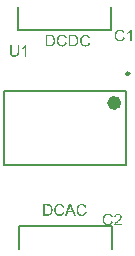
<source format=gto>
G04*
G04 #@! TF.GenerationSoftware,Altium Limited,Altium Designer,21.7.2 (23)*
G04*
G04 Layer_Color=65535*
%FSAX25Y25*%
%MOIN*%
G70*
G04*
G04 #@! TF.SameCoordinates,914A0A10-9902-47D2-BBE9-F090EB24A124*
G04*
G04*
G04 #@! TF.FilePolarity,Positive*
G04*
G01*
G75*
%ADD10C,0.02362*%
%ADD11C,0.00984*%
%ADD12C,0.00787*%
G36*
X0552918Y0210249D02*
X0552970Y0210243D01*
X0553027Y0210238D01*
X0553090Y0210232D01*
X0553164Y0210221D01*
X0553312Y0210181D01*
X0553478Y0210129D01*
X0553558Y0210095D01*
X0553638Y0210055D01*
X0553718Y0210009D01*
X0553792Y0209958D01*
X0553798Y0209952D01*
X0553809Y0209946D01*
X0553832Y0209929D01*
X0553855Y0209907D01*
X0553889Y0209872D01*
X0553923Y0209838D01*
X0553963Y0209792D01*
X0554009Y0209747D01*
X0554055Y0209689D01*
X0554100Y0209627D01*
X0554146Y0209564D01*
X0554192Y0209490D01*
X0554237Y0209410D01*
X0554277Y0209324D01*
X0554312Y0209233D01*
X0554346Y0209136D01*
X0553843Y0209016D01*
Y0209021D01*
X0553838Y0209033D01*
X0553832Y0209056D01*
X0553821Y0209084D01*
X0553803Y0209119D01*
X0553786Y0209158D01*
X0553741Y0209250D01*
X0553689Y0209347D01*
X0553621Y0209450D01*
X0553541Y0209547D01*
X0553449Y0209627D01*
X0553438Y0209632D01*
X0553404Y0209655D01*
X0553352Y0209689D01*
X0553278Y0209724D01*
X0553187Y0209758D01*
X0553078Y0209792D01*
X0552953Y0209815D01*
X0552815Y0209821D01*
X0552770D01*
X0552741Y0209815D01*
X0552701D01*
X0552661Y0209809D01*
X0552559Y0209792D01*
X0552439Y0209770D01*
X0552313Y0209730D01*
X0552193Y0209678D01*
X0552073Y0209604D01*
X0552068D01*
X0552062Y0209592D01*
X0552028Y0209564D01*
X0551970Y0209518D01*
X0551908Y0209455D01*
X0551839Y0209370D01*
X0551771Y0209273D01*
X0551708Y0209158D01*
X0551656Y0209033D01*
Y0209027D01*
X0551651Y0209016D01*
X0551645Y0208999D01*
X0551639Y0208970D01*
X0551628Y0208942D01*
X0551616Y0208902D01*
X0551599Y0208810D01*
X0551577Y0208696D01*
X0551554Y0208570D01*
X0551542Y0208439D01*
X0551537Y0208296D01*
Y0208291D01*
Y0208273D01*
Y0208251D01*
Y0208216D01*
X0551542Y0208171D01*
Y0208119D01*
X0551548Y0208068D01*
X0551554Y0208005D01*
X0551571Y0207874D01*
X0551599Y0207725D01*
X0551634Y0207582D01*
X0551679Y0207440D01*
Y0207434D01*
X0551685Y0207423D01*
X0551696Y0207405D01*
X0551708Y0207383D01*
X0551742Y0207314D01*
X0551788Y0207234D01*
X0551851Y0207143D01*
X0551925Y0207057D01*
X0552016Y0206966D01*
X0552119Y0206892D01*
X0552125D01*
X0552130Y0206886D01*
X0552147Y0206874D01*
X0552170Y0206863D01*
X0552233Y0206835D01*
X0552313Y0206806D01*
X0552410Y0206772D01*
X0552524Y0206743D01*
X0552644Y0206720D01*
X0552776Y0206715D01*
X0552815D01*
X0552844Y0206720D01*
X0552884D01*
X0552924Y0206726D01*
X0553027Y0206743D01*
X0553135Y0206777D01*
X0553255Y0206817D01*
X0553381Y0206880D01*
X0553438Y0206914D01*
X0553495Y0206960D01*
X0553501Y0206966D01*
X0553507Y0206972D01*
X0553524Y0206989D01*
X0553541Y0207006D01*
X0553569Y0207034D01*
X0553592Y0207063D01*
X0553655Y0207143D01*
X0553723Y0207246D01*
X0553792Y0207371D01*
X0553855Y0207520D01*
X0553900Y0207691D01*
X0554409Y0207560D01*
Y0207554D01*
X0554403Y0207531D01*
X0554391Y0207503D01*
X0554380Y0207457D01*
X0554357Y0207405D01*
X0554334Y0207343D01*
X0554312Y0207280D01*
X0554277Y0207206D01*
X0554197Y0207051D01*
X0554100Y0206897D01*
X0554038Y0206817D01*
X0553975Y0206743D01*
X0553906Y0206669D01*
X0553832Y0206606D01*
X0553826Y0206600D01*
X0553815Y0206595D01*
X0553792Y0206578D01*
X0553758Y0206555D01*
X0553718Y0206532D01*
X0553666Y0206503D01*
X0553615Y0206475D01*
X0553546Y0206446D01*
X0553478Y0206412D01*
X0553398Y0206383D01*
X0553318Y0206355D01*
X0553227Y0206332D01*
X0553130Y0206309D01*
X0553032Y0206292D01*
X0552924Y0206286D01*
X0552815Y0206281D01*
X0552758D01*
X0552713Y0206286D01*
X0552661D01*
X0552599Y0206292D01*
X0552530Y0206304D01*
X0552456Y0206315D01*
X0552296Y0206343D01*
X0552125Y0206389D01*
X0551959Y0206452D01*
X0551879Y0206486D01*
X0551805Y0206532D01*
X0551799Y0206538D01*
X0551788Y0206543D01*
X0551771Y0206560D01*
X0551742Y0206578D01*
X0551708Y0206606D01*
X0551674Y0206635D01*
X0551588Y0206720D01*
X0551491Y0206823D01*
X0551388Y0206949D01*
X0551297Y0207091D01*
X0551211Y0207263D01*
Y0207269D01*
X0551205Y0207286D01*
X0551194Y0207308D01*
X0551183Y0207348D01*
X0551165Y0207388D01*
X0551148Y0207446D01*
X0551131Y0207503D01*
X0551114Y0207571D01*
X0551091Y0207645D01*
X0551074Y0207725D01*
X0551045Y0207902D01*
X0551023Y0208091D01*
X0551011Y0208296D01*
Y0208302D01*
Y0208325D01*
Y0208353D01*
X0551017Y0208399D01*
Y0208450D01*
X0551023Y0208507D01*
X0551028Y0208576D01*
X0551040Y0208650D01*
X0551068Y0208816D01*
X0551108Y0208993D01*
X0551165Y0209170D01*
X0551240Y0209341D01*
Y0209347D01*
X0551251Y0209358D01*
X0551262Y0209381D01*
X0551280Y0209415D01*
X0551308Y0209450D01*
X0551337Y0209495D01*
X0551405Y0209592D01*
X0551497Y0209701D01*
X0551611Y0209815D01*
X0551742Y0209924D01*
X0551891Y0210021D01*
X0551896D01*
X0551908Y0210032D01*
X0551931Y0210044D01*
X0551965Y0210055D01*
X0552005Y0210078D01*
X0552050Y0210095D01*
X0552107Y0210118D01*
X0552165Y0210141D01*
X0552233Y0210158D01*
X0552302Y0210181D01*
X0552461Y0210221D01*
X0552633Y0210243D01*
X0552821Y0210255D01*
X0552878D01*
X0552918Y0210249D01*
D02*
G37*
G36*
X0545164D02*
X0545216Y0210243D01*
X0545273Y0210238D01*
X0545335Y0210232D01*
X0545410Y0210221D01*
X0545558Y0210181D01*
X0545724Y0210129D01*
X0545804Y0210095D01*
X0545884Y0210055D01*
X0545964Y0210009D01*
X0546038Y0209958D01*
X0546043Y0209952D01*
X0546055Y0209946D01*
X0546078Y0209929D01*
X0546101Y0209907D01*
X0546135Y0209872D01*
X0546169Y0209838D01*
X0546209Y0209792D01*
X0546255Y0209747D01*
X0546300Y0209689D01*
X0546346Y0209627D01*
X0546392Y0209564D01*
X0546438Y0209490D01*
X0546483Y0209410D01*
X0546523Y0209324D01*
X0546557Y0209233D01*
X0546592Y0209136D01*
X0546089Y0209016D01*
Y0209021D01*
X0546083Y0209033D01*
X0546078Y0209056D01*
X0546066Y0209084D01*
X0546049Y0209119D01*
X0546032Y0209158D01*
X0545986Y0209250D01*
X0545935Y0209347D01*
X0545866Y0209450D01*
X0545787Y0209547D01*
X0545695Y0209627D01*
X0545684Y0209632D01*
X0545649Y0209655D01*
X0545598Y0209689D01*
X0545524Y0209724D01*
X0545433Y0209758D01*
X0545324Y0209792D01*
X0545198Y0209815D01*
X0545061Y0209821D01*
X0545016D01*
X0544987Y0209815D01*
X0544947D01*
X0544907Y0209809D01*
X0544804Y0209792D01*
X0544685Y0209770D01*
X0544559Y0209730D01*
X0544439Y0209678D01*
X0544319Y0209604D01*
X0544313D01*
X0544308Y0209592D01*
X0544273Y0209564D01*
X0544216Y0209518D01*
X0544153Y0209455D01*
X0544085Y0209370D01*
X0544016Y0209273D01*
X0543954Y0209158D01*
X0543902Y0209033D01*
Y0209027D01*
X0543896Y0209016D01*
X0543891Y0208999D01*
X0543885Y0208970D01*
X0543874Y0208942D01*
X0543862Y0208902D01*
X0543845Y0208810D01*
X0543822Y0208696D01*
X0543799Y0208570D01*
X0543788Y0208439D01*
X0543782Y0208296D01*
Y0208291D01*
Y0208273D01*
Y0208251D01*
Y0208216D01*
X0543788Y0208171D01*
Y0208119D01*
X0543794Y0208068D01*
X0543799Y0208005D01*
X0543817Y0207874D01*
X0543845Y0207725D01*
X0543879Y0207582D01*
X0543925Y0207440D01*
Y0207434D01*
X0543931Y0207423D01*
X0543942Y0207405D01*
X0543954Y0207383D01*
X0543988Y0207314D01*
X0544034Y0207234D01*
X0544096Y0207143D01*
X0544171Y0207057D01*
X0544262Y0206966D01*
X0544365Y0206892D01*
X0544371D01*
X0544376Y0206886D01*
X0544393Y0206874D01*
X0544416Y0206863D01*
X0544479Y0206835D01*
X0544559Y0206806D01*
X0544656Y0206772D01*
X0544770Y0206743D01*
X0544890Y0206720D01*
X0545021Y0206715D01*
X0545061D01*
X0545090Y0206720D01*
X0545130D01*
X0545170Y0206726D01*
X0545273Y0206743D01*
X0545381Y0206777D01*
X0545501Y0206817D01*
X0545627Y0206880D01*
X0545684Y0206914D01*
X0545741Y0206960D01*
X0545747Y0206966D01*
X0545752Y0206972D01*
X0545769Y0206989D01*
X0545787Y0207006D01*
X0545815Y0207034D01*
X0545838Y0207063D01*
X0545901Y0207143D01*
X0545969Y0207246D01*
X0546038Y0207371D01*
X0546101Y0207520D01*
X0546146Y0207691D01*
X0546655Y0207560D01*
Y0207554D01*
X0546649Y0207531D01*
X0546637Y0207503D01*
X0546626Y0207457D01*
X0546603Y0207405D01*
X0546580Y0207343D01*
X0546557Y0207280D01*
X0546523Y0207206D01*
X0546443Y0207051D01*
X0546346Y0206897D01*
X0546283Y0206817D01*
X0546220Y0206743D01*
X0546152Y0206669D01*
X0546078Y0206606D01*
X0546072Y0206600D01*
X0546061Y0206595D01*
X0546038Y0206578D01*
X0546003Y0206555D01*
X0545964Y0206532D01*
X0545912Y0206503D01*
X0545861Y0206475D01*
X0545792Y0206446D01*
X0545724Y0206412D01*
X0545644Y0206383D01*
X0545564Y0206355D01*
X0545472Y0206332D01*
X0545375Y0206309D01*
X0545278Y0206292D01*
X0545170Y0206286D01*
X0545061Y0206281D01*
X0545004D01*
X0544959Y0206286D01*
X0544907D01*
X0544844Y0206292D01*
X0544776Y0206304D01*
X0544702Y0206315D01*
X0544542Y0206343D01*
X0544371Y0206389D01*
X0544205Y0206452D01*
X0544125Y0206486D01*
X0544051Y0206532D01*
X0544045Y0206538D01*
X0544034Y0206543D01*
X0544016Y0206560D01*
X0543988Y0206578D01*
X0543954Y0206606D01*
X0543919Y0206635D01*
X0543834Y0206720D01*
X0543737Y0206823D01*
X0543634Y0206949D01*
X0543542Y0207091D01*
X0543457Y0207263D01*
Y0207269D01*
X0543451Y0207286D01*
X0543440Y0207308D01*
X0543428Y0207348D01*
X0543411Y0207388D01*
X0543394Y0207446D01*
X0543377Y0207503D01*
X0543360Y0207571D01*
X0543337Y0207645D01*
X0543320Y0207725D01*
X0543291Y0207902D01*
X0543268Y0208091D01*
X0543257Y0208296D01*
Y0208302D01*
Y0208325D01*
Y0208353D01*
X0543263Y0208399D01*
Y0208450D01*
X0543268Y0208507D01*
X0543274Y0208576D01*
X0543286Y0208650D01*
X0543314Y0208816D01*
X0543354Y0208993D01*
X0543411Y0209170D01*
X0543485Y0209341D01*
Y0209347D01*
X0543497Y0209358D01*
X0543508Y0209381D01*
X0543525Y0209415D01*
X0543554Y0209450D01*
X0543582Y0209495D01*
X0543651Y0209592D01*
X0543742Y0209701D01*
X0543857Y0209815D01*
X0543988Y0209924D01*
X0544136Y0210021D01*
X0544142D01*
X0544153Y0210032D01*
X0544176Y0210044D01*
X0544211Y0210055D01*
X0544251Y0210078D01*
X0544296Y0210095D01*
X0544353Y0210118D01*
X0544410Y0210141D01*
X0544479Y0210158D01*
X0544548Y0210181D01*
X0544707Y0210221D01*
X0544879Y0210243D01*
X0545067Y0210255D01*
X0545124D01*
X0545164Y0210249D01*
D02*
G37*
G36*
X0548858Y0210181D02*
X0548967Y0210175D01*
X0549081Y0210163D01*
X0549190Y0210146D01*
X0549287Y0210129D01*
X0549293D01*
X0549304Y0210123D01*
X0549321D01*
X0549344Y0210112D01*
X0549407Y0210095D01*
X0549481Y0210066D01*
X0549572Y0210032D01*
X0549664Y0209981D01*
X0549761Y0209924D01*
X0549852Y0209855D01*
X0549858D01*
X0549863Y0209844D01*
X0549881Y0209826D01*
X0549903Y0209809D01*
X0549955Y0209752D01*
X0550023Y0209678D01*
X0550098Y0209581D01*
X0550172Y0209472D01*
X0550240Y0209341D01*
X0550303Y0209198D01*
Y0209193D01*
X0550309Y0209181D01*
X0550320Y0209158D01*
X0550326Y0209130D01*
X0550337Y0209090D01*
X0550354Y0209044D01*
X0550366Y0208993D01*
X0550383Y0208936D01*
X0550394Y0208867D01*
X0550406Y0208799D01*
X0550434Y0208645D01*
X0550452Y0208473D01*
X0550457Y0208285D01*
Y0208279D01*
Y0208268D01*
Y0208245D01*
Y0208211D01*
X0550452Y0208171D01*
Y0208131D01*
X0550446Y0208022D01*
X0550434Y0207902D01*
X0550412Y0207771D01*
X0550389Y0207640D01*
X0550354Y0207508D01*
Y0207503D01*
X0550349Y0207491D01*
X0550343Y0207474D01*
X0550337Y0207451D01*
X0550315Y0207388D01*
X0550286Y0207314D01*
X0550246Y0207223D01*
X0550200Y0207131D01*
X0550149Y0207034D01*
X0550092Y0206949D01*
X0550086Y0206937D01*
X0550063Y0206914D01*
X0550029Y0206869D01*
X0549989Y0206823D01*
X0549938Y0206766D01*
X0549875Y0206703D01*
X0549806Y0206646D01*
X0549738Y0206595D01*
X0549732Y0206589D01*
X0549704Y0206572D01*
X0549664Y0206549D01*
X0549612Y0206526D01*
X0549544Y0206492D01*
X0549464Y0206463D01*
X0549378Y0206435D01*
X0549281Y0206406D01*
X0549270D01*
X0549253Y0206401D01*
X0549235Y0206395D01*
X0549178Y0206389D01*
X0549104Y0206378D01*
X0549013Y0206366D01*
X0548910Y0206355D01*
X0548790Y0206349D01*
X0548664Y0206343D01*
X0547283D01*
Y0210186D01*
X0548756D01*
X0548858Y0210181D01*
D02*
G37*
G36*
X0541104D02*
X0541213Y0210175D01*
X0541327Y0210163D01*
X0541435Y0210146D01*
X0541533Y0210129D01*
X0541538D01*
X0541550Y0210123D01*
X0541567D01*
X0541590Y0210112D01*
X0541652Y0210095D01*
X0541727Y0210066D01*
X0541818Y0210032D01*
X0541910Y0209981D01*
X0542006Y0209924D01*
X0542098Y0209855D01*
X0542104D01*
X0542109Y0209844D01*
X0542126Y0209826D01*
X0542149Y0209809D01*
X0542201Y0209752D01*
X0542269Y0209678D01*
X0542343Y0209581D01*
X0542418Y0209472D01*
X0542486Y0209341D01*
X0542549Y0209198D01*
Y0209193D01*
X0542555Y0209181D01*
X0542566Y0209158D01*
X0542572Y0209130D01*
X0542583Y0209090D01*
X0542600Y0209044D01*
X0542612Y0208993D01*
X0542629Y0208936D01*
X0542640Y0208867D01*
X0542652Y0208799D01*
X0542680Y0208645D01*
X0542697Y0208473D01*
X0542703Y0208285D01*
Y0208279D01*
Y0208268D01*
Y0208245D01*
Y0208211D01*
X0542697Y0208171D01*
Y0208131D01*
X0542692Y0208022D01*
X0542680Y0207902D01*
X0542658Y0207771D01*
X0542635Y0207640D01*
X0542600Y0207508D01*
Y0207503D01*
X0542595Y0207491D01*
X0542589Y0207474D01*
X0542583Y0207451D01*
X0542560Y0207388D01*
X0542532Y0207314D01*
X0542492Y0207223D01*
X0542446Y0207131D01*
X0542395Y0207034D01*
X0542338Y0206949D01*
X0542332Y0206937D01*
X0542309Y0206914D01*
X0542275Y0206869D01*
X0542235Y0206823D01*
X0542183Y0206766D01*
X0542121Y0206703D01*
X0542052Y0206646D01*
X0541984Y0206595D01*
X0541978Y0206589D01*
X0541949Y0206572D01*
X0541910Y0206549D01*
X0541858Y0206526D01*
X0541789Y0206492D01*
X0541710Y0206463D01*
X0541624Y0206435D01*
X0541527Y0206406D01*
X0541515D01*
X0541498Y0206401D01*
X0541481Y0206395D01*
X0541424Y0206389D01*
X0541350Y0206378D01*
X0541258Y0206366D01*
X0541156Y0206355D01*
X0541036Y0206349D01*
X0540910Y0206343D01*
X0539528D01*
Y0210186D01*
X0541002D01*
X0541104Y0210181D01*
D02*
G37*
G36*
X0551747Y0153802D02*
X0551798Y0153797D01*
X0551856Y0153791D01*
X0551918Y0153785D01*
X0551993Y0153774D01*
X0552141Y0153734D01*
X0552307Y0153682D01*
X0552387Y0153648D01*
X0552466Y0153608D01*
X0552546Y0153562D01*
X0552621Y0153511D01*
X0552626Y0153505D01*
X0552638Y0153500D01*
X0552661Y0153482D01*
X0552683Y0153460D01*
X0552718Y0153425D01*
X0552752Y0153391D01*
X0552792Y0153346D01*
X0552838Y0153300D01*
X0552883Y0153243D01*
X0552929Y0153180D01*
X0552975Y0153117D01*
X0553020Y0153043D01*
X0553066Y0152963D01*
X0553106Y0152877D01*
X0553140Y0152786D01*
X0553174Y0152689D01*
X0552672Y0152569D01*
Y0152575D01*
X0552666Y0152586D01*
X0552661Y0152609D01*
X0552649Y0152637D01*
X0552632Y0152672D01*
X0552615Y0152712D01*
X0552569Y0152803D01*
X0552518Y0152900D01*
X0552449Y0153003D01*
X0552369Y0153100D01*
X0552278Y0153180D01*
X0552267Y0153186D01*
X0552232Y0153208D01*
X0552181Y0153243D01*
X0552107Y0153277D01*
X0552015Y0153311D01*
X0551907Y0153346D01*
X0551781Y0153368D01*
X0551644Y0153374D01*
X0551599D01*
X0551570Y0153368D01*
X0551530D01*
X0551490Y0153363D01*
X0551387Y0153346D01*
X0551267Y0153323D01*
X0551142Y0153283D01*
X0551022Y0153231D01*
X0550902Y0153157D01*
X0550896D01*
X0550890Y0153146D01*
X0550856Y0153117D01*
X0550799Y0153071D01*
X0550736Y0153009D01*
X0550668Y0152923D01*
X0550599Y0152826D01*
X0550536Y0152712D01*
X0550485Y0152586D01*
Y0152580D01*
X0550479Y0152569D01*
X0550474Y0152552D01*
X0550468Y0152523D01*
X0550457Y0152495D01*
X0550445Y0152455D01*
X0550428Y0152363D01*
X0550405Y0152249D01*
X0550382Y0152124D01*
X0550371Y0151992D01*
X0550365Y0151849D01*
Y0151844D01*
Y0151827D01*
Y0151804D01*
Y0151769D01*
X0550371Y0151724D01*
Y0151672D01*
X0550377Y0151621D01*
X0550382Y0151558D01*
X0550399Y0151427D01*
X0550428Y0151278D01*
X0550462Y0151136D01*
X0550508Y0150993D01*
Y0150987D01*
X0550514Y0150976D01*
X0550525Y0150959D01*
X0550536Y0150936D01*
X0550571Y0150867D01*
X0550616Y0150787D01*
X0550679Y0150696D01*
X0550753Y0150610D01*
X0550845Y0150519D01*
X0550948Y0150445D01*
X0550953D01*
X0550959Y0150439D01*
X0550976Y0150428D01*
X0550999Y0150416D01*
X0551062Y0150388D01*
X0551142Y0150359D01*
X0551239Y0150325D01*
X0551353Y0150296D01*
X0551473Y0150274D01*
X0551604Y0150268D01*
X0551644D01*
X0551673Y0150274D01*
X0551713D01*
X0551753Y0150279D01*
X0551856Y0150296D01*
X0551964Y0150331D01*
X0552084Y0150371D01*
X0552210Y0150433D01*
X0552267Y0150468D01*
X0552324Y0150513D01*
X0552329Y0150519D01*
X0552335Y0150525D01*
X0552352Y0150542D01*
X0552369Y0150559D01*
X0552398Y0150588D01*
X0552421Y0150616D01*
X0552484Y0150696D01*
X0552552Y0150799D01*
X0552621Y0150925D01*
X0552683Y0151073D01*
X0552729Y0151244D01*
X0553237Y0151113D01*
Y0151107D01*
X0553232Y0151084D01*
X0553220Y0151056D01*
X0553209Y0151010D01*
X0553186Y0150959D01*
X0553163Y0150896D01*
X0553140Y0150833D01*
X0553106Y0150759D01*
X0553026Y0150605D01*
X0552929Y0150451D01*
X0552866Y0150371D01*
X0552803Y0150296D01*
X0552735Y0150222D01*
X0552661Y0150159D01*
X0552655Y0150154D01*
X0552643Y0150148D01*
X0552621Y0150131D01*
X0552586Y0150108D01*
X0552546Y0150085D01*
X0552495Y0150057D01*
X0552444Y0150028D01*
X0552375Y0149999D01*
X0552307Y0149965D01*
X0552227Y0149937D01*
X0552147Y0149908D01*
X0552055Y0149885D01*
X0551958Y0149862D01*
X0551861Y0149845D01*
X0551753Y0149840D01*
X0551644Y0149834D01*
X0551587D01*
X0551542Y0149840D01*
X0551490D01*
X0551427Y0149845D01*
X0551359Y0149857D01*
X0551285Y0149868D01*
X0551125Y0149897D01*
X0550953Y0149942D01*
X0550788Y0150005D01*
X0550708Y0150039D01*
X0550634Y0150085D01*
X0550628Y0150091D01*
X0550616Y0150096D01*
X0550599Y0150114D01*
X0550571Y0150131D01*
X0550536Y0150159D01*
X0550502Y0150188D01*
X0550417Y0150274D01*
X0550319Y0150376D01*
X0550217Y0150502D01*
X0550125Y0150645D01*
X0550040Y0150816D01*
Y0150822D01*
X0550034Y0150839D01*
X0550023Y0150862D01*
X0550011Y0150902D01*
X0549994Y0150942D01*
X0549977Y0150999D01*
X0549960Y0151056D01*
X0549943Y0151124D01*
X0549920Y0151198D01*
X0549903Y0151278D01*
X0549874Y0151455D01*
X0549851Y0151644D01*
X0549840Y0151849D01*
Y0151855D01*
Y0151878D01*
Y0151907D01*
X0549846Y0151952D01*
Y0152004D01*
X0549851Y0152061D01*
X0549857Y0152129D01*
X0549868Y0152204D01*
X0549897Y0152369D01*
X0549937Y0152546D01*
X0549994Y0152723D01*
X0550068Y0152894D01*
Y0152900D01*
X0550080Y0152911D01*
X0550091Y0152934D01*
X0550108Y0152969D01*
X0550137Y0153003D01*
X0550165Y0153049D01*
X0550234Y0153146D01*
X0550325Y0153254D01*
X0550439Y0153368D01*
X0550571Y0153477D01*
X0550719Y0153574D01*
X0550725D01*
X0550736Y0153585D01*
X0550759Y0153597D01*
X0550794Y0153608D01*
X0550833Y0153631D01*
X0550879Y0153648D01*
X0550936Y0153671D01*
X0550993Y0153694D01*
X0551062Y0153711D01*
X0551130Y0153734D01*
X0551290Y0153774D01*
X0551462Y0153797D01*
X0551650Y0153808D01*
X0551707D01*
X0551747Y0153802D01*
D02*
G37*
G36*
X0544290D02*
X0544341Y0153797D01*
X0544398Y0153791D01*
X0544461Y0153785D01*
X0544535Y0153774D01*
X0544684Y0153734D01*
X0544849Y0153682D01*
X0544929Y0153648D01*
X0545009Y0153608D01*
X0545089Y0153562D01*
X0545163Y0153511D01*
X0545169Y0153505D01*
X0545181Y0153500D01*
X0545203Y0153482D01*
X0545226Y0153460D01*
X0545260Y0153425D01*
X0545295Y0153391D01*
X0545335Y0153346D01*
X0545380Y0153300D01*
X0545426Y0153243D01*
X0545472Y0153180D01*
X0545517Y0153117D01*
X0545563Y0153043D01*
X0545609Y0152963D01*
X0545649Y0152877D01*
X0545683Y0152786D01*
X0545717Y0152689D01*
X0545215Y0152569D01*
Y0152575D01*
X0545209Y0152586D01*
X0545203Y0152609D01*
X0545192Y0152637D01*
X0545175Y0152672D01*
X0545158Y0152712D01*
X0545112Y0152803D01*
X0545061Y0152900D01*
X0544992Y0153003D01*
X0544912Y0153100D01*
X0544821Y0153180D01*
X0544809Y0153186D01*
X0544775Y0153208D01*
X0544724Y0153243D01*
X0544650Y0153277D01*
X0544558Y0153311D01*
X0544450Y0153346D01*
X0544324Y0153368D01*
X0544187Y0153374D01*
X0544141D01*
X0544113Y0153368D01*
X0544073D01*
X0544033Y0153363D01*
X0543930Y0153346D01*
X0543810Y0153323D01*
X0543684Y0153283D01*
X0543565Y0153231D01*
X0543445Y0153157D01*
X0543439D01*
X0543433Y0153146D01*
X0543399Y0153117D01*
X0543342Y0153071D01*
X0543279Y0153009D01*
X0543211Y0152923D01*
X0543142Y0152826D01*
X0543079Y0152712D01*
X0543028Y0152586D01*
Y0152580D01*
X0543022Y0152569D01*
X0543016Y0152552D01*
X0543011Y0152523D01*
X0542999Y0152495D01*
X0542988Y0152455D01*
X0542971Y0152363D01*
X0542948Y0152249D01*
X0542925Y0152124D01*
X0542914Y0151992D01*
X0542908Y0151849D01*
Y0151844D01*
Y0151827D01*
Y0151804D01*
Y0151769D01*
X0542914Y0151724D01*
Y0151672D01*
X0542919Y0151621D01*
X0542925Y0151558D01*
X0542942Y0151427D01*
X0542971Y0151278D01*
X0543005Y0151136D01*
X0543051Y0150993D01*
Y0150987D01*
X0543056Y0150976D01*
X0543068Y0150959D01*
X0543079Y0150936D01*
X0543114Y0150867D01*
X0543159Y0150787D01*
X0543222Y0150696D01*
X0543296Y0150610D01*
X0543388Y0150519D01*
X0543490Y0150445D01*
X0543496D01*
X0543502Y0150439D01*
X0543519Y0150428D01*
X0543542Y0150416D01*
X0543605Y0150388D01*
X0543684Y0150359D01*
X0543782Y0150325D01*
X0543896Y0150296D01*
X0544016Y0150274D01*
X0544147Y0150268D01*
X0544187D01*
X0544215Y0150274D01*
X0544255D01*
X0544296Y0150279D01*
X0544398Y0150296D01*
X0544507Y0150331D01*
X0544627Y0150371D01*
X0544752Y0150433D01*
X0544809Y0150468D01*
X0544867Y0150513D01*
X0544872Y0150519D01*
X0544878Y0150525D01*
X0544895Y0150542D01*
X0544912Y0150559D01*
X0544941Y0150588D01*
X0544964Y0150616D01*
X0545026Y0150696D01*
X0545095Y0150799D01*
X0545163Y0150925D01*
X0545226Y0151073D01*
X0545272Y0151244D01*
X0545780Y0151113D01*
Y0151107D01*
X0545774Y0151084D01*
X0545763Y0151056D01*
X0545751Y0151010D01*
X0545729Y0150959D01*
X0545706Y0150896D01*
X0545683Y0150833D01*
X0545649Y0150759D01*
X0545569Y0150605D01*
X0545472Y0150451D01*
X0545409Y0150371D01*
X0545346Y0150296D01*
X0545278Y0150222D01*
X0545203Y0150159D01*
X0545198Y0150154D01*
X0545186Y0150148D01*
X0545163Y0150131D01*
X0545129Y0150108D01*
X0545089Y0150085D01*
X0545038Y0150057D01*
X0544986Y0150028D01*
X0544918Y0149999D01*
X0544849Y0149965D01*
X0544769Y0149937D01*
X0544690Y0149908D01*
X0544598Y0149885D01*
X0544501Y0149862D01*
X0544404Y0149845D01*
X0544296Y0149840D01*
X0544187Y0149834D01*
X0544130D01*
X0544084Y0149840D01*
X0544033D01*
X0543970Y0149845D01*
X0543901Y0149857D01*
X0543827Y0149868D01*
X0543667Y0149897D01*
X0543496Y0149942D01*
X0543330Y0150005D01*
X0543251Y0150039D01*
X0543176Y0150085D01*
X0543171Y0150091D01*
X0543159Y0150096D01*
X0543142Y0150114D01*
X0543114Y0150131D01*
X0543079Y0150159D01*
X0543045Y0150188D01*
X0542959Y0150274D01*
X0542862Y0150376D01*
X0542760Y0150502D01*
X0542668Y0150645D01*
X0542583Y0150816D01*
Y0150822D01*
X0542577Y0150839D01*
X0542565Y0150862D01*
X0542554Y0150902D01*
X0542537Y0150942D01*
X0542520Y0150999D01*
X0542502Y0151056D01*
X0542485Y0151124D01*
X0542463Y0151198D01*
X0542445Y0151278D01*
X0542417Y0151455D01*
X0542394Y0151644D01*
X0542383Y0151849D01*
Y0151855D01*
Y0151878D01*
Y0151907D01*
X0542388Y0151952D01*
Y0152004D01*
X0542394Y0152061D01*
X0542400Y0152129D01*
X0542411Y0152204D01*
X0542440Y0152369D01*
X0542480Y0152546D01*
X0542537Y0152723D01*
X0542611Y0152894D01*
Y0152900D01*
X0542623Y0152911D01*
X0542634Y0152934D01*
X0542651Y0152969D01*
X0542680Y0153003D01*
X0542708Y0153049D01*
X0542777Y0153146D01*
X0542868Y0153254D01*
X0542982Y0153368D01*
X0543114Y0153477D01*
X0543262Y0153574D01*
X0543268D01*
X0543279Y0153585D01*
X0543302Y0153597D01*
X0543336Y0153608D01*
X0543376Y0153631D01*
X0543422Y0153648D01*
X0543479Y0153671D01*
X0543536Y0153694D01*
X0543605Y0153711D01*
X0543673Y0153734D01*
X0543833Y0153774D01*
X0544004Y0153797D01*
X0544193Y0153808D01*
X0544250D01*
X0544290Y0153802D01*
D02*
G37*
G36*
X0549572Y0149897D02*
X0548995D01*
X0548549Y0151061D01*
X0546939D01*
X0546522Y0149897D01*
X0545986D01*
X0547447Y0153740D01*
X0548007D01*
X0549572Y0149897D01*
D02*
G37*
G36*
X0540230Y0153734D02*
X0540339Y0153728D01*
X0540453Y0153717D01*
X0540561Y0153700D01*
X0540658Y0153682D01*
X0540664D01*
X0540675Y0153677D01*
X0540693D01*
X0540715Y0153665D01*
X0540778Y0153648D01*
X0540852Y0153620D01*
X0540944Y0153585D01*
X0541035Y0153534D01*
X0541132Y0153477D01*
X0541223Y0153408D01*
X0541229D01*
X0541235Y0153397D01*
X0541252Y0153380D01*
X0541275Y0153363D01*
X0541326Y0153305D01*
X0541395Y0153231D01*
X0541469Y0153134D01*
X0541543Y0153026D01*
X0541612Y0152894D01*
X0541675Y0152752D01*
Y0152746D01*
X0541680Y0152734D01*
X0541692Y0152712D01*
X0541697Y0152683D01*
X0541709Y0152643D01*
X0541726Y0152597D01*
X0541737Y0152546D01*
X0541754Y0152489D01*
X0541766Y0152420D01*
X0541777Y0152352D01*
X0541806Y0152198D01*
X0541823Y0152026D01*
X0541829Y0151838D01*
Y0151832D01*
Y0151821D01*
Y0151798D01*
Y0151764D01*
X0541823Y0151724D01*
Y0151684D01*
X0541817Y0151575D01*
X0541806Y0151455D01*
X0541783Y0151324D01*
X0541760Y0151193D01*
X0541726Y0151061D01*
Y0151056D01*
X0541720Y0151044D01*
X0541715Y0151027D01*
X0541709Y0151004D01*
X0541686Y0150942D01*
X0541657Y0150867D01*
X0541617Y0150776D01*
X0541572Y0150685D01*
X0541520Y0150588D01*
X0541463Y0150502D01*
X0541458Y0150490D01*
X0541435Y0150468D01*
X0541400Y0150422D01*
X0541361Y0150376D01*
X0541309Y0150319D01*
X0541246Y0150256D01*
X0541178Y0150199D01*
X0541109Y0150148D01*
X0541104Y0150142D01*
X0541075Y0150125D01*
X0541035Y0150102D01*
X0540984Y0150079D01*
X0540915Y0150045D01*
X0540835Y0150017D01*
X0540750Y0149988D01*
X0540653Y0149960D01*
X0540641D01*
X0540624Y0149954D01*
X0540607Y0149948D01*
X0540550Y0149942D01*
X0540476Y0149931D01*
X0540384Y0149919D01*
X0540281Y0149908D01*
X0540161Y0149902D01*
X0540036Y0149897D01*
X0538654D01*
Y0153740D01*
X0540127D01*
X0540230Y0153734D01*
D02*
G37*
G36*
X0530708Y0204549D02*
Y0204543D01*
Y0204526D01*
Y0204492D01*
Y0204452D01*
X0530702Y0204406D01*
Y0204349D01*
X0530696Y0204286D01*
X0530690Y0204218D01*
X0530673Y0204069D01*
X0530650Y0203921D01*
X0530622Y0203766D01*
X0530576Y0203629D01*
Y0203624D01*
X0530570Y0203612D01*
X0530565Y0203595D01*
X0530553Y0203572D01*
X0530519Y0203509D01*
X0530468Y0203430D01*
X0530405Y0203344D01*
X0530319Y0203253D01*
X0530222Y0203161D01*
X0530102Y0203076D01*
X0530096D01*
X0530085Y0203064D01*
X0530068Y0203058D01*
X0530039Y0203041D01*
X0530005Y0203024D01*
X0529965Y0203007D01*
X0529919Y0202990D01*
X0529862Y0202973D01*
X0529800Y0202950D01*
X0529731Y0202933D01*
X0529657Y0202916D01*
X0529577Y0202899D01*
X0529497Y0202881D01*
X0529406Y0202876D01*
X0529206Y0202864D01*
X0529154D01*
X0529114Y0202870D01*
X0529069D01*
X0529017Y0202876D01*
X0528955Y0202881D01*
X0528892Y0202887D01*
X0528749Y0202910D01*
X0528606Y0202944D01*
X0528458Y0202984D01*
X0528321Y0203047D01*
X0528315D01*
X0528303Y0203058D01*
X0528286Y0203064D01*
X0528264Y0203081D01*
X0528206Y0203127D01*
X0528132Y0203184D01*
X0528052Y0203258D01*
X0527967Y0203355D01*
X0527892Y0203458D01*
X0527830Y0203584D01*
Y0203590D01*
X0527824Y0203601D01*
X0527818Y0203618D01*
X0527807Y0203647D01*
X0527795Y0203686D01*
X0527784Y0203727D01*
X0527773Y0203778D01*
X0527761Y0203835D01*
X0527744Y0203904D01*
X0527733Y0203978D01*
X0527721Y0204052D01*
X0527710Y0204138D01*
X0527698Y0204235D01*
X0527693Y0204332D01*
X0527687Y0204440D01*
Y0204549D01*
Y0206770D01*
X0528195D01*
Y0204549D01*
Y0204543D01*
Y0204526D01*
Y0204503D01*
Y0204469D01*
X0528201Y0204429D01*
Y0204377D01*
X0528206Y0204269D01*
X0528218Y0204149D01*
X0528235Y0204029D01*
X0528258Y0203915D01*
X0528269Y0203858D01*
X0528286Y0203812D01*
X0528292Y0203801D01*
X0528303Y0203772D01*
X0528326Y0203732D01*
X0528361Y0203675D01*
X0528401Y0203618D01*
X0528458Y0203555D01*
X0528520Y0203498D01*
X0528601Y0203447D01*
X0528612Y0203441D01*
X0528640Y0203430D01*
X0528692Y0203407D01*
X0528755Y0203384D01*
X0528840Y0203361D01*
X0528932Y0203338D01*
X0529040Y0203327D01*
X0529160Y0203321D01*
X0529211D01*
X0529251Y0203327D01*
X0529297D01*
X0529349Y0203332D01*
X0529468Y0203355D01*
X0529600Y0203384D01*
X0529731Y0203430D01*
X0529857Y0203492D01*
X0529914Y0203527D01*
X0529959Y0203572D01*
X0529965Y0203578D01*
X0529971Y0203584D01*
X0529982Y0203601D01*
X0529999Y0203624D01*
X0530017Y0203652D01*
X0530034Y0203692D01*
X0530056Y0203738D01*
X0530079Y0203789D01*
X0530102Y0203852D01*
X0530125Y0203926D01*
X0530142Y0204006D01*
X0530159Y0204092D01*
X0530176Y0204189D01*
X0530188Y0204303D01*
X0530199Y0204417D01*
Y0204549D01*
Y0206770D01*
X0530708D01*
Y0204549D01*
D02*
G37*
G36*
X0533140Y0202927D02*
X0532666D01*
Y0205925D01*
X0532660Y0205919D01*
X0532637Y0205896D01*
X0532597Y0205868D01*
X0532546Y0205822D01*
X0532483Y0205776D01*
X0532403Y0205719D01*
X0532312Y0205662D01*
X0532215Y0205599D01*
X0532209D01*
X0532203Y0205594D01*
X0532169Y0205571D01*
X0532118Y0205542D01*
X0532049Y0205508D01*
X0531975Y0205468D01*
X0531895Y0205434D01*
X0531810Y0205394D01*
X0531724Y0205360D01*
Y0205816D01*
X0531730D01*
X0531741Y0205822D01*
X0531764Y0205834D01*
X0531792Y0205851D01*
X0531827Y0205868D01*
X0531867Y0205891D01*
X0531958Y0205942D01*
X0532066Y0206005D01*
X0532181Y0206079D01*
X0532295Y0206165D01*
X0532409Y0206262D01*
X0532415Y0206267D01*
X0532420Y0206273D01*
X0532460Y0206307D01*
X0532512Y0206359D01*
X0532575Y0206427D01*
X0532643Y0206507D01*
X0532712Y0206593D01*
X0532780Y0206684D01*
X0532832Y0206781D01*
X0533140D01*
Y0202927D01*
D02*
G37*
G36*
X0560465Y0150603D02*
X0560516Y0150598D01*
X0560573Y0150592D01*
X0560636Y0150586D01*
X0560710Y0150575D01*
X0560859Y0150535D01*
X0561025Y0150484D01*
X0561104Y0150449D01*
X0561184Y0150409D01*
X0561264Y0150364D01*
X0561339Y0150312D01*
X0561344Y0150306D01*
X0561356Y0150301D01*
X0561379Y0150284D01*
X0561401Y0150261D01*
X0561436Y0150227D01*
X0561470Y0150192D01*
X0561510Y0150147D01*
X0561556Y0150101D01*
X0561601Y0150044D01*
X0561647Y0149981D01*
X0561693Y0149918D01*
X0561738Y0149844D01*
X0561784Y0149764D01*
X0561824Y0149678D01*
X0561858Y0149587D01*
X0561893Y0149490D01*
X0561390Y0149370D01*
Y0149376D01*
X0561384Y0149387D01*
X0561379Y0149410D01*
X0561367Y0149439D01*
X0561350Y0149473D01*
X0561333Y0149513D01*
X0561287Y0149604D01*
X0561236Y0149701D01*
X0561167Y0149804D01*
X0561087Y0149901D01*
X0560996Y0149981D01*
X0560985Y0149987D01*
X0560950Y0150010D01*
X0560899Y0150044D01*
X0560825Y0150078D01*
X0560733Y0150112D01*
X0560625Y0150147D01*
X0560499Y0150170D01*
X0560362Y0150175D01*
X0560317D01*
X0560288Y0150170D01*
X0560248D01*
X0560208Y0150164D01*
X0560105Y0150147D01*
X0559985Y0150124D01*
X0559860Y0150084D01*
X0559740Y0150032D01*
X0559620Y0149958D01*
X0559614D01*
X0559609Y0149947D01*
X0559574Y0149918D01*
X0559517Y0149873D01*
X0559454Y0149810D01*
X0559386Y0149724D01*
X0559317Y0149627D01*
X0559254Y0149513D01*
X0559203Y0149387D01*
Y0149381D01*
X0559197Y0149370D01*
X0559192Y0149353D01*
X0559186Y0149324D01*
X0559174Y0149296D01*
X0559163Y0149256D01*
X0559146Y0149164D01*
X0559123Y0149050D01*
X0559100Y0148925D01*
X0559089Y0148793D01*
X0559083Y0148651D01*
Y0148645D01*
Y0148628D01*
Y0148605D01*
Y0148571D01*
X0559089Y0148525D01*
Y0148474D01*
X0559095Y0148422D01*
X0559100Y0148359D01*
X0559117Y0148228D01*
X0559146Y0148080D01*
X0559180Y0147937D01*
X0559226Y0147794D01*
Y0147788D01*
X0559232Y0147777D01*
X0559243Y0147760D01*
X0559254Y0147737D01*
X0559289Y0147669D01*
X0559334Y0147589D01*
X0559397Y0147497D01*
X0559471Y0147412D01*
X0559563Y0147320D01*
X0559666Y0147246D01*
X0559671D01*
X0559677Y0147240D01*
X0559694Y0147229D01*
X0559717Y0147217D01*
X0559780Y0147189D01*
X0559860Y0147160D01*
X0559957Y0147126D01*
X0560071Y0147098D01*
X0560191Y0147075D01*
X0560322Y0147069D01*
X0560362D01*
X0560391Y0147075D01*
X0560431D01*
X0560471Y0147080D01*
X0560573Y0147098D01*
X0560682Y0147132D01*
X0560802Y0147172D01*
X0560927Y0147234D01*
X0560985Y0147269D01*
X0561042Y0147315D01*
X0561047Y0147320D01*
X0561053Y0147326D01*
X0561070Y0147343D01*
X0561087Y0147360D01*
X0561116Y0147389D01*
X0561139Y0147417D01*
X0561202Y0147497D01*
X0561270Y0147600D01*
X0561339Y0147726D01*
X0561401Y0147874D01*
X0561447Y0148045D01*
X0561955Y0147914D01*
Y0147908D01*
X0561950Y0147886D01*
X0561938Y0147857D01*
X0561927Y0147811D01*
X0561904Y0147760D01*
X0561881Y0147697D01*
X0561858Y0147634D01*
X0561824Y0147560D01*
X0561744Y0147406D01*
X0561647Y0147252D01*
X0561584Y0147172D01*
X0561521Y0147098D01*
X0561453Y0147023D01*
X0561379Y0146960D01*
X0561373Y0146955D01*
X0561361Y0146949D01*
X0561339Y0146932D01*
X0561304Y0146909D01*
X0561264Y0146886D01*
X0561213Y0146858D01*
X0561162Y0146829D01*
X0561093Y0146801D01*
X0561025Y0146766D01*
X0560945Y0146738D01*
X0560865Y0146709D01*
X0560773Y0146686D01*
X0560676Y0146663D01*
X0560579Y0146646D01*
X0560471Y0146641D01*
X0560362Y0146635D01*
X0560305D01*
X0560259Y0146641D01*
X0560208D01*
X0560145Y0146646D01*
X0560077Y0146658D01*
X0560003Y0146669D01*
X0559843Y0146698D01*
X0559671Y0146744D01*
X0559506Y0146806D01*
X0559426Y0146841D01*
X0559351Y0146886D01*
X0559346Y0146892D01*
X0559334Y0146898D01*
X0559317Y0146915D01*
X0559289Y0146932D01*
X0559254Y0146960D01*
X0559220Y0146989D01*
X0559134Y0147075D01*
X0559037Y0147177D01*
X0558935Y0147303D01*
X0558843Y0147446D01*
X0558758Y0147617D01*
Y0147623D01*
X0558752Y0147640D01*
X0558741Y0147663D01*
X0558729Y0147703D01*
X0558712Y0147743D01*
X0558695Y0147800D01*
X0558678Y0147857D01*
X0558661Y0147925D01*
X0558638Y0148000D01*
X0558621Y0148080D01*
X0558592Y0148257D01*
X0558569Y0148445D01*
X0558558Y0148651D01*
Y0148656D01*
Y0148679D01*
Y0148708D01*
X0558564Y0148753D01*
Y0148805D01*
X0558569Y0148862D01*
X0558575Y0148930D01*
X0558586Y0149005D01*
X0558615Y0149170D01*
X0558655Y0149347D01*
X0558712Y0149524D01*
X0558786Y0149696D01*
Y0149701D01*
X0558798Y0149713D01*
X0558809Y0149735D01*
X0558826Y0149770D01*
X0558855Y0149804D01*
X0558883Y0149850D01*
X0558952Y0149947D01*
X0559043Y0150055D01*
X0559157Y0150170D01*
X0559289Y0150278D01*
X0559437Y0150375D01*
X0559443D01*
X0559454Y0150386D01*
X0559477Y0150398D01*
X0559511Y0150409D01*
X0559551Y0150432D01*
X0559597Y0150449D01*
X0559654Y0150472D01*
X0559711Y0150495D01*
X0559780Y0150512D01*
X0559848Y0150535D01*
X0560008Y0150575D01*
X0560180Y0150598D01*
X0560368Y0150609D01*
X0560425D01*
X0560465Y0150603D01*
D02*
G37*
G36*
X0563754Y0150546D02*
X0563800Y0150541D01*
X0563857Y0150535D01*
X0563914Y0150529D01*
X0563982Y0150512D01*
X0564119Y0150478D01*
X0564268Y0150421D01*
X0564336Y0150386D01*
X0564405Y0150347D01*
X0564473Y0150301D01*
X0564536Y0150244D01*
X0564542Y0150238D01*
X0564548Y0150232D01*
X0564565Y0150215D01*
X0564588Y0150187D01*
X0564610Y0150158D01*
X0564639Y0150124D01*
X0564668Y0150078D01*
X0564702Y0150032D01*
X0564759Y0149924D01*
X0564810Y0149793D01*
X0564833Y0149724D01*
X0564850Y0149644D01*
X0564856Y0149570D01*
X0564862Y0149484D01*
Y0149473D01*
Y0149444D01*
X0564856Y0149399D01*
X0564850Y0149341D01*
X0564839Y0149267D01*
X0564822Y0149193D01*
X0564799Y0149113D01*
X0564765Y0149028D01*
X0564759Y0149016D01*
X0564747Y0148987D01*
X0564725Y0148948D01*
X0564690Y0148890D01*
X0564645Y0148816D01*
X0564593Y0148736D01*
X0564525Y0148651D01*
X0564451Y0148559D01*
X0564439Y0148548D01*
X0564411Y0148514D01*
X0564388Y0148491D01*
X0564354Y0148457D01*
X0564319Y0148422D01*
X0564279Y0148382D01*
X0564234Y0148337D01*
X0564177Y0148285D01*
X0564119Y0148234D01*
X0564051Y0148171D01*
X0563982Y0148108D01*
X0563902Y0148040D01*
X0563817Y0147965D01*
X0563725Y0147886D01*
X0563720Y0147880D01*
X0563708Y0147868D01*
X0563685Y0147851D01*
X0563657Y0147828D01*
X0563588Y0147766D01*
X0563497Y0147691D01*
X0563406Y0147611D01*
X0563320Y0147531D01*
X0563240Y0147457D01*
X0563211Y0147429D01*
X0563183Y0147400D01*
X0563177Y0147394D01*
X0563166Y0147377D01*
X0563143Y0147354D01*
X0563114Y0147320D01*
X0563080Y0147286D01*
X0563046Y0147240D01*
X0562983Y0147149D01*
X0564867D01*
Y0146698D01*
X0562326D01*
Y0146704D01*
Y0146726D01*
Y0146761D01*
X0562332Y0146801D01*
X0562338Y0146852D01*
X0562344Y0146903D01*
X0562361Y0146966D01*
X0562378Y0147023D01*
Y0147029D01*
X0562384Y0147035D01*
X0562395Y0147069D01*
X0562418Y0147120D01*
X0562452Y0147183D01*
X0562498Y0147263D01*
X0562549Y0147349D01*
X0562612Y0147440D01*
X0562686Y0147531D01*
Y0147537D01*
X0562698Y0147543D01*
X0562726Y0147577D01*
X0562778Y0147628D01*
X0562846Y0147697D01*
X0562932Y0147783D01*
X0563040Y0147886D01*
X0563166Y0147994D01*
X0563309Y0148114D01*
X0563314Y0148120D01*
X0563337Y0148137D01*
X0563366Y0148165D01*
X0563411Y0148199D01*
X0563463Y0148240D01*
X0563520Y0148291D01*
X0563645Y0148411D01*
X0563788Y0148536D01*
X0563925Y0148673D01*
X0563994Y0148742D01*
X0564051Y0148805D01*
X0564108Y0148868D01*
X0564154Y0148925D01*
Y0148930D01*
X0564165Y0148936D01*
X0564177Y0148953D01*
X0564188Y0148976D01*
X0564222Y0149033D01*
X0564268Y0149107D01*
X0564308Y0149199D01*
X0564342Y0149296D01*
X0564365Y0149393D01*
X0564376Y0149496D01*
Y0149501D01*
Y0149507D01*
X0564371Y0149541D01*
X0564365Y0149593D01*
X0564354Y0149661D01*
X0564325Y0149735D01*
X0564291Y0149815D01*
X0564239Y0149895D01*
X0564171Y0149970D01*
X0564159Y0149975D01*
X0564137Y0149998D01*
X0564091Y0150032D01*
X0564034Y0150067D01*
X0563954Y0150101D01*
X0563868Y0150135D01*
X0563765Y0150158D01*
X0563651Y0150164D01*
X0563617D01*
X0563594Y0150158D01*
X0563531Y0150152D01*
X0563457Y0150135D01*
X0563366Y0150112D01*
X0563274Y0150072D01*
X0563183Y0150021D01*
X0563103Y0149952D01*
X0563097Y0149941D01*
X0563074Y0149913D01*
X0563040Y0149867D01*
X0563006Y0149804D01*
X0562966Y0149724D01*
X0562937Y0149627D01*
X0562915Y0149513D01*
X0562903Y0149387D01*
X0562418Y0149439D01*
Y0149444D01*
Y0149461D01*
X0562424Y0149490D01*
X0562429Y0149530D01*
X0562441Y0149576D01*
X0562452Y0149627D01*
X0562481Y0149747D01*
X0562526Y0149878D01*
X0562595Y0150015D01*
X0562635Y0150084D01*
X0562680Y0150147D01*
X0562732Y0150209D01*
X0562789Y0150267D01*
X0562795Y0150272D01*
X0562806Y0150278D01*
X0562823Y0150295D01*
X0562846Y0150312D01*
X0562880Y0150335D01*
X0562920Y0150358D01*
X0562966Y0150381D01*
X0563023Y0150409D01*
X0563080Y0150438D01*
X0563143Y0150461D01*
X0563217Y0150484D01*
X0563297Y0150506D01*
X0563377Y0150523D01*
X0563468Y0150541D01*
X0563560Y0150546D01*
X0563663Y0150552D01*
X0563714D01*
X0563754Y0150546D01*
D02*
G37*
G36*
X0564458Y0211922D02*
X0564509Y0211917D01*
X0564566Y0211911D01*
X0564629Y0211905D01*
X0564703Y0211894D01*
X0564852Y0211854D01*
X0565017Y0211802D01*
X0565097Y0211768D01*
X0565177Y0211728D01*
X0565257Y0211683D01*
X0565332Y0211631D01*
X0565337Y0211625D01*
X0565349Y0211620D01*
X0565372Y0211603D01*
X0565394Y0211580D01*
X0565429Y0211545D01*
X0565463Y0211511D01*
X0565503Y0211466D01*
X0565549Y0211420D01*
X0565594Y0211363D01*
X0565640Y0211300D01*
X0565686Y0211237D01*
X0565731Y0211163D01*
X0565777Y0211083D01*
X0565817Y0210997D01*
X0565851Y0210906D01*
X0565885Y0210809D01*
X0565383Y0210689D01*
Y0210695D01*
X0565377Y0210706D01*
X0565372Y0210729D01*
X0565360Y0210757D01*
X0565343Y0210792D01*
X0565326Y0210832D01*
X0565280Y0210923D01*
X0565229Y0211020D01*
X0565160Y0211123D01*
X0565080Y0211220D01*
X0564989Y0211300D01*
X0564978Y0211306D01*
X0564943Y0211329D01*
X0564892Y0211363D01*
X0564818Y0211397D01*
X0564726Y0211431D01*
X0564618Y0211466D01*
X0564492Y0211488D01*
X0564355Y0211494D01*
X0564309D01*
X0564281Y0211488D01*
X0564241D01*
X0564201Y0211483D01*
X0564098Y0211466D01*
X0563978Y0211443D01*
X0563853Y0211403D01*
X0563733Y0211351D01*
X0563613Y0211277D01*
X0563607D01*
X0563601Y0211266D01*
X0563567Y0211237D01*
X0563510Y0211191D01*
X0563447Y0211129D01*
X0563379Y0211043D01*
X0563310Y0210946D01*
X0563247Y0210832D01*
X0563196Y0210706D01*
Y0210700D01*
X0563190Y0210689D01*
X0563184Y0210672D01*
X0563179Y0210643D01*
X0563167Y0210615D01*
X0563156Y0210575D01*
X0563139Y0210483D01*
X0563116Y0210369D01*
X0563093Y0210244D01*
X0563082Y0210112D01*
X0563076Y0209969D01*
Y0209964D01*
Y0209947D01*
Y0209924D01*
Y0209890D01*
X0563082Y0209844D01*
Y0209792D01*
X0563088Y0209741D01*
X0563093Y0209678D01*
X0563110Y0209547D01*
X0563139Y0209399D01*
X0563173Y0209256D01*
X0563219Y0209113D01*
Y0209107D01*
X0563225Y0209096D01*
X0563236Y0209079D01*
X0563247Y0209056D01*
X0563282Y0208987D01*
X0563327Y0208907D01*
X0563390Y0208816D01*
X0563464Y0208730D01*
X0563556Y0208639D01*
X0563659Y0208565D01*
X0563664D01*
X0563670Y0208559D01*
X0563687Y0208548D01*
X0563710Y0208536D01*
X0563773Y0208508D01*
X0563853Y0208479D01*
X0563950Y0208445D01*
X0564064Y0208416D01*
X0564184Y0208394D01*
X0564315Y0208388D01*
X0564355D01*
X0564384Y0208394D01*
X0564424D01*
X0564464Y0208399D01*
X0564566Y0208416D01*
X0564675Y0208451D01*
X0564795Y0208491D01*
X0564920Y0208553D01*
X0564978Y0208588D01*
X0565035Y0208633D01*
X0565040Y0208639D01*
X0565046Y0208645D01*
X0565063Y0208662D01*
X0565080Y0208679D01*
X0565109Y0208708D01*
X0565132Y0208736D01*
X0565194Y0208816D01*
X0565263Y0208919D01*
X0565332Y0209045D01*
X0565394Y0209193D01*
X0565440Y0209364D01*
X0565948Y0209233D01*
Y0209227D01*
X0565942Y0209204D01*
X0565931Y0209176D01*
X0565920Y0209130D01*
X0565897Y0209079D01*
X0565874Y0209016D01*
X0565851Y0208953D01*
X0565817Y0208879D01*
X0565737Y0208725D01*
X0565640Y0208571D01*
X0565577Y0208491D01*
X0565514Y0208416D01*
X0565446Y0208342D01*
X0565372Y0208279D01*
X0565366Y0208274D01*
X0565354Y0208268D01*
X0565332Y0208251D01*
X0565297Y0208228D01*
X0565257Y0208205D01*
X0565206Y0208176D01*
X0565155Y0208148D01*
X0565086Y0208120D01*
X0565017Y0208085D01*
X0564937Y0208057D01*
X0564858Y0208028D01*
X0564766Y0208005D01*
X0564669Y0207982D01*
X0564572Y0207965D01*
X0564464Y0207960D01*
X0564355Y0207954D01*
X0564298D01*
X0564252Y0207960D01*
X0564201D01*
X0564138Y0207965D01*
X0564070Y0207977D01*
X0563995Y0207988D01*
X0563835Y0208017D01*
X0563664Y0208062D01*
X0563499Y0208125D01*
X0563419Y0208159D01*
X0563344Y0208205D01*
X0563339Y0208211D01*
X0563327Y0208217D01*
X0563310Y0208234D01*
X0563282Y0208251D01*
X0563247Y0208279D01*
X0563213Y0208308D01*
X0563127Y0208394D01*
X0563030Y0208496D01*
X0562928Y0208622D01*
X0562836Y0208765D01*
X0562751Y0208936D01*
Y0208942D01*
X0562745Y0208959D01*
X0562733Y0208982D01*
X0562722Y0209022D01*
X0562705Y0209062D01*
X0562688Y0209119D01*
X0562671Y0209176D01*
X0562653Y0209244D01*
X0562631Y0209319D01*
X0562613Y0209399D01*
X0562585Y0209576D01*
X0562562Y0209764D01*
X0562551Y0209969D01*
Y0209975D01*
Y0209998D01*
Y0210027D01*
X0562556Y0210072D01*
Y0210124D01*
X0562562Y0210181D01*
X0562568Y0210249D01*
X0562579Y0210324D01*
X0562608Y0210489D01*
X0562648Y0210666D01*
X0562705Y0210843D01*
X0562779Y0211014D01*
Y0211020D01*
X0562790Y0211032D01*
X0562802Y0211054D01*
X0562819Y0211089D01*
X0562848Y0211123D01*
X0562876Y0211169D01*
X0562945Y0211266D01*
X0563036Y0211374D01*
X0563150Y0211488D01*
X0563282Y0211597D01*
X0563430Y0211694D01*
X0563436D01*
X0563447Y0211705D01*
X0563470Y0211717D01*
X0563504Y0211728D01*
X0563544Y0211751D01*
X0563590Y0211768D01*
X0563647Y0211791D01*
X0563704Y0211814D01*
X0563773Y0211831D01*
X0563841Y0211854D01*
X0564001Y0211894D01*
X0564172Y0211917D01*
X0564361Y0211928D01*
X0564418D01*
X0564458Y0211922D01*
D02*
G37*
G36*
X0568158Y0208017D02*
X0567684D01*
Y0211014D01*
X0567678Y0211009D01*
X0567656Y0210986D01*
X0567616Y0210957D01*
X0567564Y0210912D01*
X0567501Y0210866D01*
X0567421Y0210809D01*
X0567330Y0210752D01*
X0567233Y0210689D01*
X0567227D01*
X0567221Y0210683D01*
X0567187Y0210660D01*
X0567136Y0210632D01*
X0567067Y0210598D01*
X0566993Y0210558D01*
X0566913Y0210523D01*
X0566827Y0210483D01*
X0566742Y0210449D01*
Y0210906D01*
X0566748D01*
X0566759Y0210912D01*
X0566782Y0210923D01*
X0566810Y0210940D01*
X0566845Y0210957D01*
X0566885Y0210980D01*
X0566976Y0211032D01*
X0567085Y0211094D01*
X0567199Y0211169D01*
X0567313Y0211254D01*
X0567427Y0211351D01*
X0567433Y0211357D01*
X0567439Y0211363D01*
X0567478Y0211397D01*
X0567530Y0211448D01*
X0567593Y0211517D01*
X0567661Y0211597D01*
X0567730Y0211683D01*
X0567798Y0211774D01*
X0567850Y0211871D01*
X0568158D01*
Y0208017D01*
D02*
G37*
%LPC*%
G36*
X0548676Y0209735D02*
X0547791D01*
Y0206795D01*
X0548670D01*
X0548739Y0206800D01*
X0548824Y0206806D01*
X0548916Y0206812D01*
X0549018Y0206823D01*
X0549116Y0206840D01*
X0549201Y0206863D01*
X0549213Y0206869D01*
X0549235Y0206874D01*
X0549275Y0206892D01*
X0549327Y0206914D01*
X0549384Y0206943D01*
X0549441Y0206977D01*
X0549498Y0207017D01*
X0549549Y0207063D01*
X0549555Y0207074D01*
X0549578Y0207097D01*
X0549612Y0207137D01*
X0549652Y0207194D01*
X0549698Y0207263D01*
X0549744Y0207343D01*
X0549789Y0207440D01*
X0549829Y0207548D01*
Y0207554D01*
X0549835Y0207565D01*
X0549841Y0207582D01*
X0549846Y0207605D01*
X0549852Y0207634D01*
X0549863Y0207668D01*
X0549881Y0207759D01*
X0549898Y0207868D01*
X0549915Y0207994D01*
X0549926Y0208136D01*
X0549932Y0208291D01*
Y0208296D01*
Y0208319D01*
Y0208348D01*
X0549926Y0208388D01*
Y0208439D01*
X0549921Y0208502D01*
X0549915Y0208565D01*
X0549909Y0208633D01*
X0549881Y0208782D01*
X0549846Y0208936D01*
X0549801Y0209084D01*
X0549766Y0209153D01*
X0549732Y0209216D01*
Y0209221D01*
X0549721Y0209233D01*
X0549709Y0209244D01*
X0549698Y0209267D01*
X0549652Y0209324D01*
X0549595Y0209393D01*
X0549527Y0209467D01*
X0549447Y0209541D01*
X0549355Y0209604D01*
X0549253Y0209655D01*
X0549241Y0209661D01*
X0549213Y0209667D01*
X0549161Y0209678D01*
X0549093Y0209695D01*
X0549001Y0209712D01*
X0548887Y0209724D01*
X0548756Y0209730D01*
X0548676Y0209735D01*
D02*
G37*
G36*
X0540922D02*
X0540037D01*
Y0206795D01*
X0540916D01*
X0540984Y0206800D01*
X0541070Y0206806D01*
X0541161Y0206812D01*
X0541264Y0206823D01*
X0541361Y0206840D01*
X0541447Y0206863D01*
X0541458Y0206869D01*
X0541481Y0206874D01*
X0541521Y0206892D01*
X0541573Y0206914D01*
X0541630Y0206943D01*
X0541687Y0206977D01*
X0541744Y0207017D01*
X0541795Y0207063D01*
X0541801Y0207074D01*
X0541824Y0207097D01*
X0541858Y0207137D01*
X0541898Y0207194D01*
X0541944Y0207263D01*
X0541989Y0207343D01*
X0542035Y0207440D01*
X0542075Y0207548D01*
Y0207554D01*
X0542081Y0207565D01*
X0542087Y0207582D01*
X0542092Y0207605D01*
X0542098Y0207634D01*
X0542109Y0207668D01*
X0542126Y0207759D01*
X0542144Y0207868D01*
X0542161Y0207994D01*
X0542172Y0208136D01*
X0542178Y0208291D01*
Y0208296D01*
Y0208319D01*
Y0208348D01*
X0542172Y0208388D01*
Y0208439D01*
X0542166Y0208502D01*
X0542161Y0208565D01*
X0542155Y0208633D01*
X0542126Y0208782D01*
X0542092Y0208936D01*
X0542046Y0209084D01*
X0542012Y0209153D01*
X0541978Y0209216D01*
Y0209221D01*
X0541967Y0209233D01*
X0541955Y0209244D01*
X0541944Y0209267D01*
X0541898Y0209324D01*
X0541841Y0209393D01*
X0541772Y0209467D01*
X0541692Y0209541D01*
X0541601Y0209604D01*
X0541498Y0209655D01*
X0541487Y0209661D01*
X0541458Y0209667D01*
X0541407Y0209678D01*
X0541338Y0209695D01*
X0541247Y0209712D01*
X0541133Y0209724D01*
X0541002Y0209730D01*
X0540922Y0209735D01*
D02*
G37*
G36*
X0547716Y0153340D02*
Y0153334D01*
X0547710Y0153323D01*
Y0153305D01*
X0547704Y0153277D01*
X0547693Y0153243D01*
X0547687Y0153203D01*
X0547664Y0153106D01*
X0547630Y0152997D01*
X0547596Y0152872D01*
X0547556Y0152740D01*
X0547505Y0152603D01*
X0547088Y0151478D01*
X0548389D01*
X0547990Y0152535D01*
Y0152540D01*
X0547984Y0152558D01*
X0547973Y0152580D01*
X0547961Y0152615D01*
X0547944Y0152655D01*
X0547927Y0152706D01*
X0547887Y0152820D01*
X0547841Y0152946D01*
X0547796Y0153077D01*
X0547756Y0153214D01*
X0547716Y0153340D01*
D02*
G37*
G36*
X0540047Y0153288D02*
X0539162D01*
Y0150348D01*
X0540041D01*
X0540110Y0150353D01*
X0540196Y0150359D01*
X0540287Y0150365D01*
X0540390Y0150376D01*
X0540487Y0150393D01*
X0540573Y0150416D01*
X0540584Y0150422D01*
X0540607Y0150428D01*
X0540647Y0150445D01*
X0540698Y0150468D01*
X0540755Y0150496D01*
X0540812Y0150531D01*
X0540870Y0150570D01*
X0540921Y0150616D01*
X0540927Y0150628D01*
X0540949Y0150650D01*
X0540984Y0150690D01*
X0541024Y0150747D01*
X0541069Y0150816D01*
X0541115Y0150896D01*
X0541161Y0150993D01*
X0541201Y0151102D01*
Y0151107D01*
X0541206Y0151119D01*
X0541212Y0151136D01*
X0541218Y0151159D01*
X0541223Y0151187D01*
X0541235Y0151221D01*
X0541252Y0151313D01*
X0541269Y0151421D01*
X0541286Y0151547D01*
X0541298Y0151690D01*
X0541303Y0151844D01*
Y0151849D01*
Y0151872D01*
Y0151901D01*
X0541298Y0151941D01*
Y0151992D01*
X0541292Y0152055D01*
X0541286Y0152118D01*
X0541281Y0152186D01*
X0541252Y0152335D01*
X0541218Y0152489D01*
X0541172Y0152637D01*
X0541138Y0152706D01*
X0541104Y0152769D01*
Y0152775D01*
X0541092Y0152786D01*
X0541081Y0152797D01*
X0541069Y0152820D01*
X0541024Y0152877D01*
X0540967Y0152946D01*
X0540898Y0153020D01*
X0540818Y0153094D01*
X0540727Y0153157D01*
X0540624Y0153208D01*
X0540613Y0153214D01*
X0540584Y0153220D01*
X0540533Y0153231D01*
X0540464Y0153248D01*
X0540373Y0153266D01*
X0540259Y0153277D01*
X0540127Y0153283D01*
X0540047Y0153288D01*
D02*
G37*
%LPD*%
D10*
X0563583Y0187500D02*
G03*
X0563583Y0187500I-0001181J0000000D01*
G01*
D11*
X0567402Y0197244D02*
G03*
X0567402Y0197244I-0000492J0000000D01*
G01*
D12*
X0530532Y0138878D02*
Y0146457D01*
X0561535D01*
Y0138878D02*
Y0146457D01*
X0561476Y0211811D02*
Y0219390D01*
X0530473Y0211811D02*
X0561476D01*
X0530473D02*
Y0219390D01*
X0525787Y0166831D02*
Y0191437D01*
X0566339Y0166831D02*
Y0191437D01*
X0525787Y0166831D02*
X0566339D01*
X0525787Y0191437D02*
X0566339D01*
M02*

</source>
